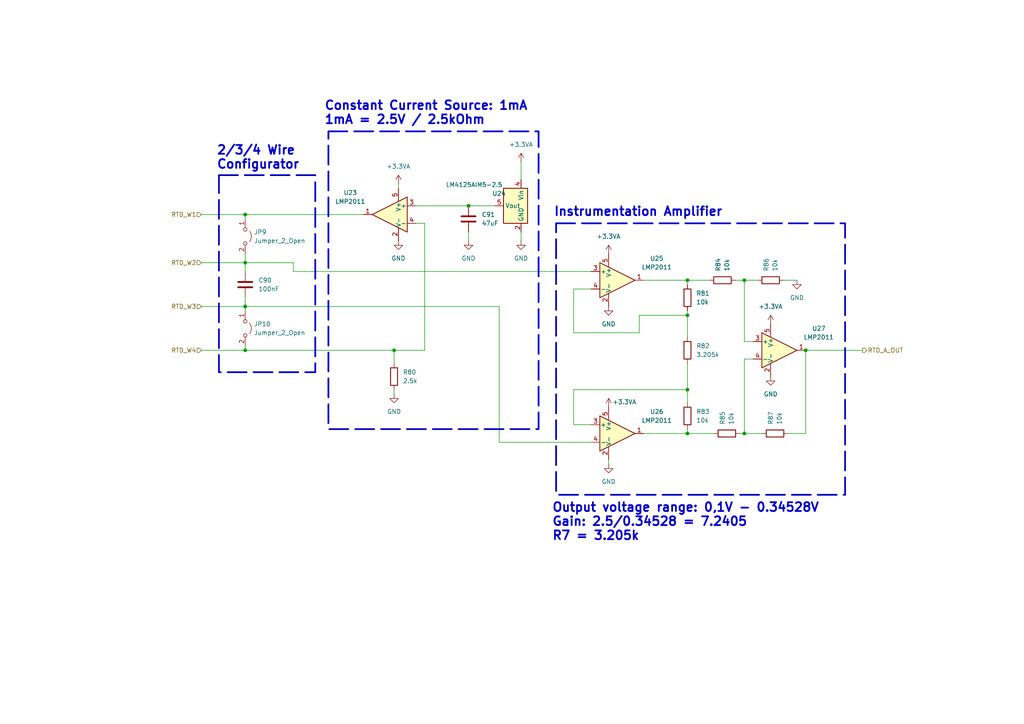
<source format=kicad_sch>
(kicad_sch (version 20231120) (generator "eeschema") (generator_version "8.0")
  (paper "A4")
  (lib_symbols
    (symbol "Amplifier_Operational:AD8603" (pin_names (offset 0.127))
      (property "Reference" "U" (at 0 5.08 0))
      (property "Value" "AD8603" (at 0 -5.08 0))
      (symbol "AD8603_0_1"
        (polyline (pts (xy -5.08 5.08) (xy 5.08 0) (xy -5.08 -5.08) (xy -5.08 5.08)) (stroke (width 0.254)) (fill (type background)))
        (pin power_in line (at -2.54 -7.62 90) (length 3.81) (name "V-") (number "2"))
        (pin power_in line (at -2.54 7.62 270) (length 3.81) (name "V+") (number "5"))
      )
      (symbol "AD8603_1_1"
        (pin output line (at 7.62 0 180) (length 2.54) (name "~") (number "1"))
        (pin input line (at -7.62 2.54 0) (length 2.54) (name "+") (number "3"))
        (pin input line (at -7.62 -2.54 0) (length 2.54) (name "-") (number "4"))
      )
    )
    (symbol "Device:C" (pin_numbers hide) (pin_names (offset 0.254))
      (property "Reference" "C" (at 0.635 2.54 0))
      (property "Value" "C" (at 0.635 -2.54 0))
      (symbol "C_0_1"
        (polyline (pts (xy -2.032 -0.762) (xy 2.032 -0.762)) (stroke (width 0.508)))
        (polyline (pts (xy -2.032 0.762) (xy 2.032 0.762)) (stroke (width 0.508)))
      )
      (symbol "C_1_1"
        (pin passive line (at 0 3.81 270) (length 2.794) (name "~") (number "1"))
        (pin passive line (at 0 -3.81 90) (length 2.794) (name "~") (number "2"))
      )
    )
    (symbol "Device:R" (pin_numbers hide) (pin_names (offset 0))
      (property "Reference" "R" (at 2.032 0 90))
      (property "Value" "R" (at 0 0 90))
      (symbol "R_0_1"
        (rectangle (start -1.016 -2.54) (end 1.016 2.54) (stroke (width 0.254)))
      )
      (symbol "R_1_1"
        (pin passive line (at 0 3.81 270) (length 1.27) (name "~") (number "1"))
        (pin passive line (at 0 -3.81 90) (length 1.27) (name "~") (number "2"))
      )
    )
    (symbol "Jumper:Jumper_2_Open" (pin_names (offset 0) hide)
      (property "Reference" "JP" (at 0 2.794 0))
      (property "Value" "Jumper_2_Open" (at 0 -2.286 0))
      (symbol "Jumper_2_Open_0_0"
        (circle (center -2.032 0) (radius 0.508))
        (circle (center 2.032 0) (radius 0.508))
      )
      (symbol "Jumper_2_Open_0_1"
        (arc (start 1.524 1.27) (mid 0 1.778) (end -1.524 1.27))
      )
      (symbol "Jumper_2_Open_1_1"
        (pin passive line (at -5.08 0 0) (length 2.54) (name "A") (number "1"))
        (pin passive line (at 5.08 0 180) (length 2.54) (name "B") (number "2"))
      )
    )
    (symbol "Reference_Voltage:LM4125AIM5-2.5"
      (property "Reference" "U" (at 1.27 8.255 0))
      (property "Value" "LM4125AIM5-2.5" (at 1.27 6.35 0))
      (symbol "LM4125AIM5-2.5_0_1"
        (rectangle (start -1.905 5.08) (end 5.08 -5.08) (stroke (width 0.254)) (fill (type background)))
      )
      (symbol "LM4125AIM5-2.5_1_1"
        (pin no_connect line (at 2.54 -5.08 90) (length 2.54) hide (name "NC") (number "1"))
        (pin power_in line (at 0 -7.62 90) (length 2.54) (name "GND") (number "2"))
        (pin no_connect line (at 5.08 -5.08 90) (length 2.54) hide (name "NC") (number "3"))
        (pin power_in line (at 0 7.62 270) (length 2.54) (name "Vin") (number "4"))
        (pin power_out line (at 7.62 0 180) (length 2.54) (name "Vout") (number "5"))
      )
    )
    (symbol "power:+3.3VA" (power) (pin_numbers hide) (pin_names (offset 0) hide)
      (property "Value" "+3.3VA" (at 0 3.556 0))
      (symbol "+3.3VA_0_1"
        (polyline (pts (xy -0.762 1.27) (xy 0 2.54)))
        (polyline (pts (xy 0 0) (xy 0 2.54)))
        (polyline (pts (xy 0 2.54) (xy 0.762 1.27)))
      )
      (symbol "+3.3VA_1_1"
        (pin power_in line (at 0 0 90) (length 0) (name "~") (number "1"))
      )
    )
    (symbol "power:GND" (power) (pin_numbers hide) (pin_names (offset 0) hide)
      (property "Value" "GND" (at 0 -3.81 0))
      (symbol "GND_0_1"
        (polyline (pts (xy 0 0) (xy 0 -1.27) (xy 1.27 -1.27) (xy 0 -2.54) (xy -1.27 -1.27) (xy 0 -1.27)))
      )
      (symbol "GND_1_1"
        (pin power_in line (at 0 0 270) (length 0) (name "~") (number "1"))
      )
    )
  )
  (junction (at 135.89 59.69))
  (junction (at 71.12 101.6))
  (junction (at 199.39 81.28))
  (junction (at 71.12 88.9))
  (junction (at 199.39 125.73))
  (junction (at 71.12 76.2))
  (junction (at 215.9 125.73))
  (junction (at 233.68 101.6))
  (junction (at 199.39 91.44))
  (junction (at 215.9 81.28))
  (junction (at 71.12 62.23))
  (junction (at 199.39 113.03))
  (junction (at 114.3 101.6))
  (wire (pts (xy 71.12 101.6) (xy 58.42 101.6)))
  (wire (pts (xy 199.39 125.73) (xy 199.39 124.46)))
  (wire (pts (xy 114.3 114.3) (xy 114.3 113.03)))
  (wire (pts (xy 166.37 123.19) (xy 166.37 113.03)))
  (wire (pts (xy 215.9 104.14) (xy 215.9 125.73)))
  (wire (pts (xy 58.42 76.2) (xy 71.12 76.2)))
  (wire (pts (xy 71.12 101.6) (xy 114.3 101.6)))
  (wire (pts (xy 233.68 101.6) (xy 250.19 101.6)))
  (wire (pts (xy 71.12 88.9) (xy 144.78 88.9)))
  (wire (pts (xy 71.12 62.23) (xy 71.12 63.5)))
  (wire (pts (xy 71.12 88.9) (xy 71.12 90.17)))
  (wire (pts (xy 199.39 91.44) (xy 199.39 97.79)))
  (wire (pts (xy 114.3 101.6) (xy 114.3 105.41)))
  (wire (pts (xy 176.53 133.35) (xy 176.53 134.62)))
  (wire (pts (xy 143.51 59.69) (xy 135.89 59.69)))
  (wire (pts (xy 166.37 113.03) (xy 199.39 113.03)))
  (wire (pts (xy 135.89 59.69) (xy 120.65 59.69)))
  (wire (pts (xy 71.12 62.23) (xy 105.41 62.23)))
  (wire (pts (xy 199.39 81.28) (xy 199.39 82.55)))
  (wire (pts (xy 199.39 125.73) (xy 207.01 125.73)))
  (wire (pts (xy 233.68 125.73) (xy 233.68 101.6)))
  (wire (pts (xy 199.39 81.28) (xy 205.74 81.28)))
  (wire (pts (xy 171.45 128.27) (xy 144.78 128.27)))
  (wire (pts (xy 215.9 81.28) (xy 219.71 81.28)))
  (wire (pts (xy 218.44 99.06) (xy 215.9 99.06)))
  (wire (pts (xy 71.12 73.66) (xy 71.12 76.2)))
  (wire (pts (xy 185.42 91.44) (xy 199.39 91.44)))
  (wire (pts (xy 166.37 96.52) (xy 185.42 96.52)))
  (wire (pts (xy 199.39 113.03) (xy 199.39 116.84)))
  (wire (pts (xy 215.9 99.06) (xy 215.9 81.28)))
  (wire (pts (xy 199.39 90.17) (xy 199.39 91.44)))
  (wire (pts (xy 135.89 67.31) (xy 135.89 69.85)))
  (wire (pts (xy 214.63 125.73) (xy 215.9 125.73)))
  (wire (pts (xy 199.39 105.41) (xy 199.39 113.03)))
  (wire (pts (xy 144.78 128.27) (xy 144.78 88.9)))
  (wire (pts (xy 71.12 101.6) (xy 71.12 100.33)))
  (wire (pts (xy 123.19 64.77) (xy 123.19 101.6)))
  (wire (pts (xy 71.12 76.2) (xy 85.09 76.2)))
  (wire (pts (xy 186.69 125.73) (xy 199.39 125.73)))
  (wire (pts (xy 185.42 96.52) (xy 185.42 91.44)))
  (wire (pts (xy 85.09 76.2) (xy 85.09 78.74)))
  (wire (pts (xy 151.13 67.31) (xy 151.13 69.85)))
  (wire (pts (xy 213.36 81.28) (xy 215.9 81.28)))
  (wire (pts (xy 171.45 123.19) (xy 166.37 123.19)))
  (wire (pts (xy 151.13 46.99) (xy 151.13 52.07)))
  (wire (pts (xy 123.19 101.6) (xy 114.3 101.6)))
  (wire (pts (xy 186.69 81.28) (xy 199.39 81.28)))
  (wire (pts (xy 215.9 125.73) (xy 220.98 125.73)))
  (wire (pts (xy 227.33 81.28) (xy 231.14 81.28)))
  (wire (pts (xy 166.37 83.82) (xy 166.37 96.52)))
  (wire (pts (xy 228.6 125.73) (xy 233.68 125.73)))
  (wire (pts (xy 58.42 62.23) (xy 71.12 62.23)))
  (wire (pts (xy 71.12 86.36) (xy 71.12 88.9)))
  (wire (pts (xy 171.45 83.82) (xy 166.37 83.82)))
  (wire (pts (xy 115.57 53.34) (xy 115.57 54.61)))
  (wire (pts (xy 71.12 76.2) (xy 71.12 78.74)))
  (wire (pts (xy 58.42 88.9) (xy 71.12 88.9)))
  (wire (pts (xy 85.09 78.74) (xy 171.45 78.74)))
  (wire (pts (xy 120.65 64.77) (xy 123.19 64.77)))
  (wire (pts (xy 218.44 104.14) (xy 215.9 104.14)))
  (rectangle (start 95.25 38.1) (end 156.21 124.46) (stroke (width 0.5) (type dash)))
  (rectangle (start 161.29 64.77) (end 245.11 143.51) (stroke (width 0.5) (type dash)))
  (rectangle (start 63.5 50.8) (end 91.44 107.95) (stroke (width 0.5) (type dash)))
  (text "Output voltage range: 0,1V - 0.34528V\nGain: 2.5/0.34528 = 7.2405\nR7 = 3.205k" (at 160.02 156.972 0) (effects (font (size 2.54 2.54) (thickness 0.508) (bold yes)) (justify left bottom)))
  (text "Constant Current Source: 1mA\n1mA = 2.5V / 2.5kOhm" (at 93.98 36.322 0) (effects (font (size 2.54 2.54) (thickness 0.508) (bold yes)) (justify left bottom)))
  (text "2/3/4 Wire\nConfigurator" (at 62.738 49.276 0) (effects (font (size 2.54 2.54) (thickness 0.508) (bold yes)) (justify left bottom)))
  (text "Instrumentation Amplifier" (at 160.528 62.992 0) (effects (font (size 2.54 2.54) (thickness 0.508) (bold yes)) (justify left bottom)))
  (hierarchical_label "RTD_W1" (shape input) (at 58.42 62.23 180))
  (hierarchical_label "RTD_W2" (shape input) (at 58.42 76.2 180))
  (hierarchical_label "RTD_W4" (shape input) (at 58.42 101.6 180))
  (hierarchical_label "RTD_A_OUT" (shape output) (at 250.19 101.6 0))
  (hierarchical_label "RTD_W3" (shape input) (at 58.42 88.9 180))
  (symbol (lib_id "power:GND") (at 231.14 81.28 0) (unit 1)
    (property "Reference" "#PWR0246" (effects (hide yes)))
    (property "Value" "GND" (at 231.14 86.36 0))
    (property "Description" "Power symbol creates a global label with name \"GND\" , ground" (effects (hide yes)))
  )
  (symbol (lib_id "Amplifier_Operational:AD8603") (at 179.07 125.73 0) (unit 1)
    (property "Reference" "U26" (at 190.5 119.4114 0))
    (property "Value" "LMP2011" (at 190.5 121.9514 0))
    (property "Footprint" "Package_TO_SOT_SMD:TSOT-23-5" (effects (hide yes)))
    (property "Datasheet" "https://www.analog.com/media/en/technical-documentation/data-sheets/AD8603_8607_8609.pdf" (effects (hide yes)))
    (property "Description" "Precision Micropower, Low Noise CMOS, Rail-to-Rail Input/Output Operational Amplifier, TSOT-23-5" (effects (hide yes)))
  )
  (symbol (lib_id "Device:R") (at 199.39 120.65 0) (unit 1)
    (property "Reference" "R83" (at 201.93 119.3799 0) (effects (justify left)))
    (property "Value" "10k" (at 201.93 121.9199 0) (effects (justify left)))
    (property "Description" "Resistor" (effects (hide yes)))
  )
  (symbol (lib_id "power:+3.3VA") (at 223.52 93.98 0) (unit 1)
    (property "Reference" "#PWR0244" (effects (hide yes)))
    (property "Value" "+3.3VA" (at 223.52 88.9 0))
    (property "Description" "Power symbol creates a global label with name \"+3.3VA\"" (effects (hide yes)))
  )
  (symbol (lib_id "Device:C") (at 135.89 63.5 0) (unit 1)
    (property "Reference" "C91" (at 139.7 62.2299 0) (effects (justify left)))
    (property "Value" "47uF" (at 139.7 64.7699 0) (effects (justify left)))
    (property "Description" "Unpolarized capacitor" (effects (hide yes)))
  )
  (symbol (lib_id "power:+3.3VA") (at 151.13 46.99 0) (unit 1)
    (property "Reference" "#PWR0238" (effects (hide yes)))
    (property "Value" "+3.3VA" (at 151.13 41.91 0))
    (property "Description" "Power symbol creates a global label with name \"+3.3VA\"" (effects (hide yes)))
  )
  (symbol (lib_id "power:GND") (at 223.52 109.22 0) (unit 1)
    (property "Reference" "#PWR0245" (effects (hide yes)))
    (property "Value" "GND" (at 223.52 114.3 0))
    (property "Description" "Power symbol creates a global label with name \"GND\" , ground" (effects (hide yes)))
  )
  (symbol (lib_id "Jumper:Jumper_2_Open") (at 71.12 68.58 270) (unit 1)
    (property "Reference" "JP9" (at 73.66 67.3099 90) (effects (justify left)))
    (property "Value" "Jumper_2_Open" (at 73.66 69.8499 90) (effects (justify left)))
    (property "Description" "Jumper, 2-pole, open" (effects (hide yes)))
  )
  (symbol (lib_id "Device:R") (at 209.55 81.28 90) (unit 1)
    (property "Reference" "R84" (at 208.2799 78.74 0) (effects (justify left)))
    (property "Value" "10k" (at 210.8199 78.74 0) (effects (justify left)))
    (property "Description" "Resistor" (effects (hide yes)))
  )
  (symbol (lib_id "power:GND") (at 176.53 134.62 0) (unit 1)
    (property "Reference" "#PWR0243" (effects (hide yes)))
    (property "Value" "GND" (at 176.53 139.7 0))
    (property "Description" "Power symbol creates a global label with name \"GND\" , ground" (effects (hide yes)))
  )
  (symbol (lib_id "Amplifier_Operational:AD8603") (at 226.06 101.6 0) (unit 1)
    (property "Reference" "U27" (at 237.49 95.2814 0))
    (property "Value" "LMP2011" (at 237.49 97.8214 0))
    (property "Footprint" "Package_TO_SOT_SMD:TSOT-23-5" (effects (hide yes)))
    (property "Datasheet" "https://www.analog.com/media/en/technical-documentation/data-sheets/AD8603_8607_8609.pdf" (effects (hide yes)))
    (property "Description" "Precision Micropower, Low Noise CMOS, Rail-to-Rail Input/Output Operational Amplifier, TSOT-23-5" (effects (hide yes)))
  )
  (symbol (lib_id "power:+3.3VA") (at 115.57 53.34 0) (unit 1)
    (property "Reference" "#PWR0235" (effects (hide yes)))
    (property "Value" "+3.3VA" (at 115.57 48.26 0))
    (property "Description" "Power symbol creates a global label with name \"+3.3VA\"" (effects (hide yes)))
  )
  (symbol (lib_id "Device:R") (at 210.82 125.73 90) (unit 1)
    (property "Reference" "R85" (at 209.5499 123.19 0) (effects (justify left)))
    (property "Value" "10k" (at 212.0899 123.19 0) (effects (justify left)))
    (property "Description" "Resistor" (effects (hide yes)))
  )
  (symbol (lib_id "Jumper:Jumper_2_Open") (at 71.12 95.25 270) (unit 1)
    (property "Reference" "JP10" (at 73.66 93.9799 90) (effects (justify left)))
    (property "Value" "Jumper_2_Open" (at 73.66 96.5199 90) (effects (justify left)))
    (property "Description" "Jumper, 2-pole, open" (effects (hide yes)))
  )
  (symbol (lib_id "power:GND") (at 115.57 69.85 0) (unit 1)
    (property "Reference" "#PWR0236" (effects (hide yes)))
    (property "Value" "GND" (at 115.57 74.93 0))
    (property "Description" "Power symbol creates a global label with name \"GND\" , ground" (effects (hide yes)))
  )
  (symbol (lib_id "Reference_Voltage:LM4125AIM5-2.5") (at 151.13 59.69 0) (mirror y) (unit 1)
    (property "Reference" "U24" (at 142.748 56.134 0) (effects (justify right)))
    (property "Value" "LM4125AIM5-2.5" (at 129.286 53.594 0) (effects (justify right)))
    (property "Footprint" "Package_TO_SOT_SMD:SOT-23-5" (effects (hide yes)))
    (property "Datasheet" "http://www.ti.com/lit/ds/symlink/lm4125.pdf" (effects (hide yes)))
    (property "Description" "2.5V ±0.2% Precision Micropower Low Dropout Voltage Reference, SOT-23-5" (effects (hide yes)))
  )
  (symbol (lib_id "power:+3.3VA") (at 176.53 118.11 0) (unit 1)
    (property "Reference" "#PWR0242" (effects (hide yes)))
    (property "Value" "+3.3VA" (at 181.102 116.586 0))
    (property "Description" "Power symbol creates a global label with name \"+3.3VA\"" (effects (hide yes)))
  )
  (symbol (lib_id "power:GND") (at 151.13 69.85 0) (unit 1)
    (property "Reference" "#PWR0239" (effects (hide yes)))
    (property "Value" "GND" (at 151.13 74.93 0))
    (property "Description" "Power symbol creates a global label with name \"GND\" , ground" (effects (hide yes)))
  )
  (symbol (lib_id "Amplifier_Operational:AD8603") (at 113.03 62.23 0) (mirror y) (unit 1)
    (property "Reference" "U23" (at 101.6 55.9114 0))
    (property "Value" "LMP2011" (at 101.6 58.4514 0))
    (property "Footprint" "Package_TO_SOT_SMD:TSOT-23-5" (effects (hide yes)))
    (property "Datasheet" "https://www.analog.com/media/en/technical-documentation/data-sheets/AD8603_8607_8609.pdf" (effects (hide yes)))
    (property "Description" "Precision Micropower, Low Noise CMOS, Rail-to-Rail Input/Output Operational Amplifier, TSOT-23-5" (effects (hide yes)))
  )
  (symbol (lib_id "Device:R") (at 224.79 125.73 90) (unit 1)
    (property "Reference" "R87" (at 223.5199 123.19 0) (effects (justify left)))
    (property "Value" "10k" (at 226.0599 123.19 0) (effects (justify left)))
    (property "Description" "Resistor" (effects (hide yes)))
  )
  (symbol (lib_id "power:+3.3VA") (at 176.53 73.66 0) (unit 1)
    (property "Reference" "#PWR0240" (effects (hide yes)))
    (property "Value" "+3.3VA" (at 176.53 68.58 0))
    (property "Description" "Power symbol creates a global label with name \"+3.3VA\"" (effects (hide yes)))
  )
  (symbol (lib_id "Device:C") (at 71.12 82.55 0) (unit 1)
    (property "Reference" "C90" (at 74.93 81.2799 0) (effects (justify left)))
    (property "Value" "100nF" (at 74.93 83.8199 0) (effects (justify left)))
    (property "Description" "Unpolarized capacitor" (effects (hide yes)))
  )
  (symbol (lib_id "Amplifier_Operational:AD8603") (at 179.07 81.28 0) (unit 1)
    (property "Reference" "U25" (at 190.5 74.9614 0))
    (property "Value" "LMP2011" (at 190.5 77.5014 0))
    (property "Footprint" "Package_TO_SOT_SMD:TSOT-23-5" (effects (hide yes)))
    (property "Datasheet" "https://www.analog.com/media/en/technical-documentation/data-sheets/AD8603_8607_8609.pdf" (effects (hide yes)))
    (property "Description" "Precision Micropower, Low Noise CMOS, Rail-to-Rail Input/Output Operational Amplifier, TSOT-23-5" (effects (hide yes)))
  )
  (symbol (lib_id "power:GND") (at 135.89 69.85 0) (unit 1)
    (property "Reference" "#PWR0237" (effects (hide yes)))
    (property "Value" "GND" (at 135.89 74.93 0))
    (property "Description" "Power symbol creates a global label with name \"GND\" , ground" (effects (hide yes)))
  )
  (symbol (lib_id "Device:R") (at 114.3 109.22 0) (unit 1)
    (property "Reference" "R80" (at 116.84 107.9499 0) (effects (justify left)))
    (property "Value" "2.5k" (at 116.84 110.4899 0) (effects (justify left)))
    (property "Description" "Resistor" (effects (hide yes)))
  )
  (symbol (lib_id "Device:R") (at 199.39 101.6 0) (unit 1)
    (property "Reference" "R82" (at 201.93 100.3299 0) (effects (justify left)))
    (property "Value" "3.205k" (at 201.93 102.8699 0) (effects (justify left)))
    (property "Description" "Resistor" (effects (hide yes)))
  )
  (symbol (lib_id "Device:R") (at 199.39 86.36 0) (unit 1)
    (property "Reference" "R81" (at 201.93 85.0899 0) (effects (justify left)))
    (property "Value" "10k" (at 201.93 87.6299 0) (effects (justify left)))
    (property "Description" "Resistor" (effects (hide yes)))
  )
  (symbol (lib_id "Device:R") (at 223.52 81.28 90) (unit 1)
    (property "Reference" "R86" (at 222.2499 78.74 0) (effects (justify left)))
    (property "Value" "10k" (at 224.7899 78.74 0) (effects (justify left)))
    (property "Description" "Resistor" (effects (hide yes)))
  )
  (symbol (lib_id "power:GND") (at 114.3 114.3 0) (unit 1)
    (property "Reference" "#PWR0234" (effects (hide yes)))
    (property "Value" "GND" (at 114.3 119.38 0))
    (property "Description" "Power symbol creates a global label with name \"GND\" , ground" (effects (hide yes)))
  )
  (symbol (lib_id "power:GND") (at 176.53 88.9 0) (unit 1)
    (property "Reference" "#PWR0241" (effects (hide yes)))
    (property "Value" "GND" (at 176.53 93.98 0))
    (property "Description" "Power symbol creates a global label with name \"GND\" , ground" (effects (hide yes)))
  )
)
</source>
